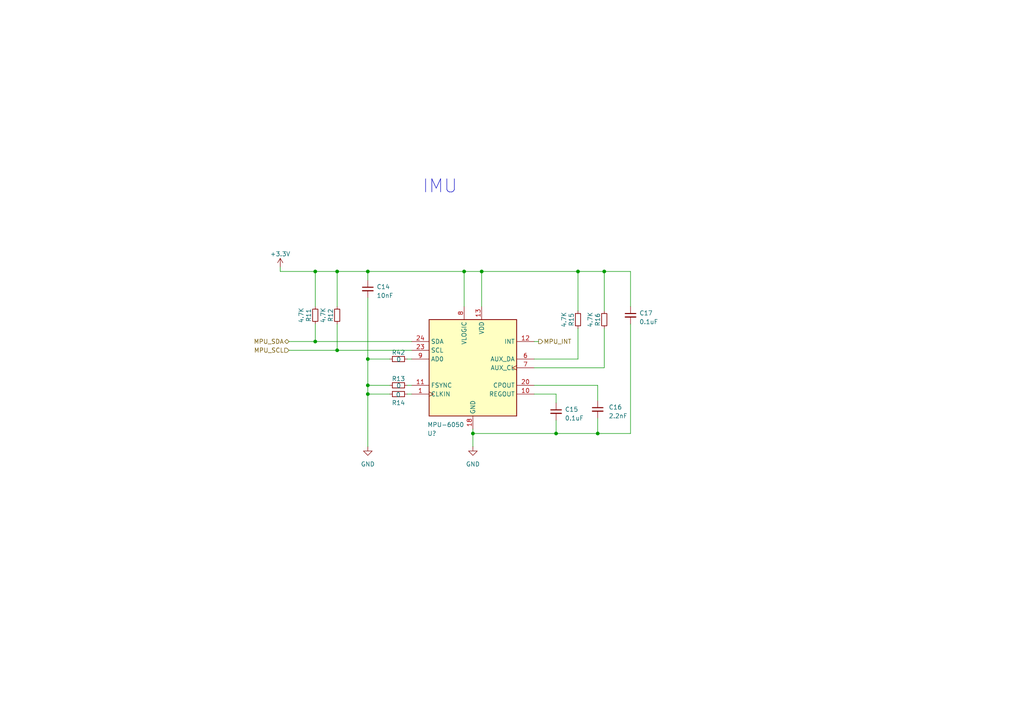
<source format=kicad_sch>
(kicad_sch (version 20250114) (generator "eeschema") (generator_version "9.0")
  (paper "A4")
  (lib_symbols
    (symbol "Device:C_Small" (pin_numbers (hide yes)) (pin_names (offset 0.254) (hide yes))
      (property "Reference" "C" (at 0.254 1.778 0))
      (property "Value" "C_Small" (at 0.254 -2.032 0))
      (symbol "C_Small_0_1"
        (polyline (pts (xy -1.524 0.508) (xy 1.524 0.508)) (stroke (width 0.3048)))
        (polyline (pts (xy -1.524 -0.508) (xy 1.524 -0.508)) (stroke (width 0.3302)))
      )
      (symbol "C_Small_1_1"
        (pin passive line (at 0 2.54 270) (length 2.032) (name "~") (number "1"))
        (pin passive line (at 0 -2.54 90) (length 2.032) (name "~") (number "2"))
      )
    )
    (symbol "Device:R_Small" (pin_numbers (hide yes)) (pin_names (offset 0.254) (hide yes))
      (property "Reference" "R" (at 0.762 0.508 0))
      (property "Value" "R_Small" (at 0.762 -1.016 0))
      (symbol "R_Small_0_1"
        (rectangle (start -0.762 1.778) (end 0.762 -1.778) (stroke (width 0.2032)))
      )
      (symbol "R_Small_1_1"
        (pin passive line (at 0 2.54 270) (length 0.762) (name "~") (number "1"))
        (pin passive line (at 0 -2.54 90) (length 0.762) (name "~") (number "2"))
      )
    )
    (symbol "Sensor_Motion:MPU-6050"
      (property "Reference" "U" (at -11.43 13.97 0))
      (property "Value" "MPU-6050" (at 7.62 -15.24 0))
      (symbol "MPU-6050_0_0"
        (text "" (at 12.7 -2.54 0) (effects (font (size 1.27 1.27))))
      )
      (symbol "MPU-6050_0_1"
        (rectangle (start -12.7 13.97) (end 12.7 -13.97) (stroke (width 0.254)) (fill (type background)))
      )
      (symbol "MPU-6050_1_1"
        (pin bidirectional line (at -17.78 7.62 0) (length 5.08) (name "SDA") (number "24"))
        (pin input line (at -17.78 5.08 0) (length 5.08) (name "SCL") (number "23"))
        (pin input line (at -17.78 2.54 0) (length 5.08) (name "AD0") (number "9"))
        (pin input line (at -17.78 -5.08 0) (length 5.08) (name "FSYNC") (number "11"))
        (pin input clock (at -17.78 -7.62 0) (length 5.08) (name "CLKIN") (number "1"))
        (pin no_connect line (at -12.7 12.7 0) (length 2.54) (hide yes) (name "NC") (number "2"))
        (pin no_connect line (at -12.7 10.16 0) (length 2.54) (hide yes) (name "NC") (number "3"))
        (pin no_connect line (at -12.7 0 0) (length 2.54) (hide yes) (name "NC") (number "4"))
        (pin no_connect line (at -12.7 -2.54 0) (length 2.54) (hide yes) (name "NC") (number "5"))
        (pin no_connect line (at -12.7 -10.16 0) (length 2.54) (hide yes) (name "NC") (number "14"))
        (pin power_in line (at -2.54 17.78 270) (length 3.81) (name "VLOGIC") (number "8"))
        (pin power_in line (at 0 -17.78 90) (length 3.81) (name "GND") (number "18"))
        (pin power_in line (at 2.54 17.78 270) (length 3.81) (name "VDD") (number "13"))
        (pin no_connect line (at 12.7 12.7 180) (length 2.54) (hide yes) (name "NC") (number "15"))
        (pin no_connect line (at 12.7 10.16 180) (length 2.54) (hide yes) (name "NC") (number "16"))
        (pin no_connect line (at 12.7 5.08 180) (length 2.54) (hide yes) (name "NC") (number "17"))
        (pin no_connect line (at 12.7 -2.54 180) (length 2.54) (hide yes) (name "RESV") (number "21"))
        (pin no_connect line (at 12.7 -10.16 180) (length 2.54) (hide yes) (name "RESV") (number "19"))
        (pin no_connect line (at 12.7 -12.7 180) (length 2.54) (hide yes) (name "RESV") (number "22"))
        (pin output line (at 17.78 7.62 180) (length 5.08) (name "INT") (number "12"))
        (pin bidirectional line (at 17.78 2.54 180) (length 5.08) (name "AUX_DA") (number "6"))
        (pin output clock (at 17.78 0 180) (length 5.08) (name "AUX_CL") (number "7"))
        (pin passive line (at 17.78 -5.08 180) (length 5.08) (name "CPOUT") (number "20"))
        (pin passive line (at 17.78 -7.62 180) (length 5.08) (name "REGOUT") (number "10"))
      )
    )
    (symbol "power:+3.3V" (power) (pin_numbers (hide yes)) (pin_names (offset 0) (hide yes))
      (property "Value" "+3.3V" (at 0 3.556 0))
      (symbol "+3.3V_0_1"
        (polyline (pts (xy -0.762 1.27) (xy 0 2.54)))
        (polyline (pts (xy 0 2.54) (xy 0.762 1.27)))
        (polyline (pts (xy 0 0) (xy 0 2.54)))
      )
      (symbol "+3.3V_1_1"
        (pin power_in line (at 0 0 90) (length 0) (name "~") (number "1"))
      )
    )
    (symbol "power:GND" (power) (pin_numbers (hide yes)) (pin_names (offset 0) (hide yes))
      (property "Value" "GND" (at 0 -3.81 0))
      (symbol "GND_0_1"
        (polyline (pts (xy 0 0) (xy 0 -1.27) (xy 1.27 -1.27) (xy 0 -2.54) (xy -1.27 -1.27) (xy 0 -1.27)))
      )
      (symbol "GND_1_1"
        (pin power_in line (at 0 0 270) (length 0) (name "~") (number "1"))
      )
    )
  )
  (text "IMU\n" (at 122.428 56.388 0) (effects (font (size 3.81 3.81)) (justify left bottom)))
  (junction (at 139.7 78.74))
  (junction (at 97.79 101.6))
  (junction (at 106.68 114.3))
  (junction (at 91.44 78.74))
  (junction (at 91.44 99.06))
  (junction (at 137.16 125.73))
  (junction (at 106.68 104.14))
  (junction (at 106.68 78.74))
  (junction (at 161.29 125.73))
  (junction (at 97.79 78.74))
  (junction (at 106.68 111.76))
  (junction (at 175.26 78.74))
  (junction (at 134.62 78.74))
  (junction (at 167.64 78.74))
  (junction (at 173.355 125.73))
  (wire (pts (xy 154.94 99.06) (xy 156.21 99.06)))
  (wire (pts (xy 106.68 78.74) (xy 134.62 78.74)))
  (wire (pts (xy 91.44 93.98) (xy 91.44 99.06)))
  (wire (pts (xy 106.68 86.36) (xy 106.68 104.14)))
  (wire (pts (xy 118.11 104.14) (xy 119.38 104.14)))
  (wire (pts (xy 97.79 78.74) (xy 106.68 78.74)))
  (wire (pts (xy 154.94 104.14) (xy 167.64 104.14)))
  (wire (pts (xy 81.28 78.74) (xy 91.44 78.74)))
  (wire (pts (xy 173.355 121.285) (xy 173.355 125.73)))
  (wire (pts (xy 173.355 111.76) (xy 173.355 116.205)))
  (wire (pts (xy 97.79 101.6) (xy 83.82 101.6)))
  (wire (pts (xy 91.44 99.06) (xy 119.38 99.06)))
  (wire (pts (xy 139.7 78.74) (xy 139.7 88.9)))
  (wire (pts (xy 118.11 114.3) (xy 119.38 114.3)))
  (wire (pts (xy 175.26 78.74) (xy 175.26 90.17)))
  (wire (pts (xy 137.16 124.46) (xy 137.16 125.73)))
  (wire (pts (xy 134.62 88.9) (xy 134.62 78.74)))
  (wire (pts (xy 175.26 95.25) (xy 175.26 106.68)))
  (wire (pts (xy 106.68 114.3) (xy 106.68 129.54)))
  (wire (pts (xy 182.88 125.73) (xy 173.355 125.73)))
  (wire (pts (xy 154.94 111.76) (xy 173.355 111.76)))
  (wire (pts (xy 167.64 104.14) (xy 167.64 95.25)))
  (wire (pts (xy 175.26 78.74) (xy 182.88 78.74)))
  (wire (pts (xy 106.68 114.3) (xy 113.03 114.3)))
  (wire (pts (xy 119.38 111.76) (xy 118.11 111.76)))
  (wire (pts (xy 81.28 77.47) (xy 81.28 78.74)))
  (wire (pts (xy 97.79 93.98) (xy 97.79 101.6)))
  (wire (pts (xy 106.68 104.14) (xy 113.03 104.14)))
  (wire (pts (xy 137.16 125.73) (xy 161.29 125.73)))
  (wire (pts (xy 139.7 78.74) (xy 167.64 78.74)))
  (wire (pts (xy 91.44 78.74) (xy 91.44 88.9)))
  (wire (pts (xy 161.29 121.92) (xy 161.29 125.73)))
  (wire (pts (xy 119.38 101.6) (xy 97.79 101.6)))
  (wire (pts (xy 137.16 125.73) (xy 137.16 129.54)))
  (wire (pts (xy 173.355 125.73) (xy 161.29 125.73)))
  (wire (pts (xy 83.82 99.06) (xy 91.44 99.06)))
  (wire (pts (xy 182.88 93.98) (xy 182.88 125.73)))
  (wire (pts (xy 97.79 78.74) (xy 97.79 88.9)))
  (wire (pts (xy 106.68 111.76) (xy 113.03 111.76)))
  (wire (pts (xy 161.29 114.3) (xy 161.29 116.84)))
  (wire (pts (xy 106.68 78.74) (xy 106.68 81.28)))
  (wire (pts (xy 106.68 104.14) (xy 106.68 111.76)))
  (wire (pts (xy 154.94 114.3) (xy 161.29 114.3)))
  (wire (pts (xy 167.64 78.74) (xy 167.64 90.17)))
  (wire (pts (xy 182.88 88.9) (xy 182.88 78.74)))
  (wire (pts (xy 91.44 78.74) (xy 97.79 78.74)))
  (wire (pts (xy 175.26 106.68) (xy 154.94 106.68)))
  (wire (pts (xy 134.62 78.74) (xy 139.7 78.74)))
  (wire (pts (xy 106.68 114.3) (xy 106.68 111.76)))
  (wire (pts (xy 167.64 78.74) (xy 175.26 78.74)))
  (hierarchical_label "MPU_SDA" (shape bidirectional) (at 83.82 99.06 180))
  (hierarchical_label "MPU_SCL" (shape input) (at 83.82 101.6 180))
  (hierarchical_label "MPU_INT" (shape output) (at 156.21 99.06 0))
  (symbol (lib_id "Device:C_Small") (at 182.88 91.44 0) (unit 1)
    (property "Reference" "C17" (at 185.42 90.8113 0) (effects (justify left)))
    (property "Value" "0.1uF" (at 185.42 93.3513 0) (effects (justify left)))
    (property "Footprint" "Capacitor_SMD:C_0603_1608Metric" (effects (hide yes)))
    (property "Description" "Unpolarized capacitor, small symbol" (effects (hide yes)))
  )
  (symbol (lib_id "Device:C_Small") (at 106.68 83.82 0) (unit 1)
    (property "Reference" "C14" (at 109.22 83.1913 0) (effects (justify left)))
    (property "Value" "10nF" (at 109.22 85.7313 0) (effects (justify left)))
    (property "Footprint" "Capacitor_SMD:C_0603_1608Metric" (effects (hide yes)))
    (property "Description" "Unpolarized capacitor, small symbol" (effects (hide yes)))
  )
  (symbol (lib_id "Device:C_Small") (at 173.355 118.745 0) (unit 1)
    (property "Reference" "C16" (at 176.53 118.1163 0) (effects (justify left)))
    (property "Value" "2.2nF" (at 176.53 120.6563 0) (effects (justify left)))
    (property "Footprint" "Capacitor_SMD:C_0603_1608Metric" (effects (hide yes)))
    (property "Description" "Unpolarized capacitor, small symbol" (effects (hide yes)))
  )
  (symbol (lib_id "Device:R_Small") (at 167.64 92.71 180) (unit 1)
    (property "Reference" "R15" (at 165.735 92.71 90))
    (property "Value" "4.7K" (at 163.576 92.71 90))
    (property "Footprint" "Resistor_SMD:R_0402_1005Metric_Pad0.72x0.64mm_HandSolder" (effects (hide yes)))
    (property "Description" "Resistor, small symbol" (effects (hide yes)))
  )
  (symbol (lib_id "Device:C_Small") (at 161.29 119.38 0) (unit 1)
    (property "Reference" "C15" (at 163.83 118.7513 0) (effects (justify left)))
    (property "Value" "0.1uF" (at 163.83 121.2913 0) (effects (justify left)))
    (property "Footprint" "Capacitor_SMD:C_0603_1608Metric" (effects (hide yes)))
    (property "Description" "Unpolarized capacitor, small symbol" (effects (hide yes)))
  )
  (symbol (lib_id "power:+3.3V") (at 81.28 77.47 0) (unit 1)
    (property "Reference" "#PWR024" (effects (hide yes)))
    (property "Value" "+3.3V" (at 81.28 73.66 0))
    (property "Description" "Power symbol creates a global label with name \"+3.3V\"" (effects (hide yes)))
  )
  (symbol (lib_id "Device:R_Small") (at 175.26 92.71 180) (unit 1)
    (property "Reference" "R16" (at 173.355 92.71 90))
    (property "Value" "4.7K" (at 171.196 92.71 90))
    (property "Footprint" "Resistor_SMD:R_0402_1005Metric_Pad0.72x0.64mm_HandSolder" (effects (hide yes)))
    (property "Description" "Resistor, small symbol" (effects (hide yes)))
  )
  (symbol (lib_id "Device:R_Small") (at 91.44 91.44 180) (unit 1)
    (property "Reference" "R11" (at 89.535 91.44 90))
    (property "Value" "4.7K" (at 87.376 91.44 90))
    (property "Footprint" "Resistor_SMD:R_0402_1005Metric_Pad0.72x0.64mm_HandSolder" (effects (hide yes)))
    (property "Description" "Resistor, small symbol" (effects (hide yes)))
  )
  (symbol (lib_id "power:GND") (at 137.16 129.54 0) (unit 1)
    (property "Reference" "#PWR026" (effects (hide yes)))
    (property "Value" "GND" (at 137.16 134.62 0))
    (property "Description" "Power symbol creates a global label with name \"GND\" , ground" (effects (hide yes)))
  )
  (symbol (lib_id "Device:R_Small") (at 115.57 114.3 90) (unit 1)
    (property "Reference" "R14" (at 115.57 116.84 90))
    (property "Value" "0" (at 115.5108 114.4972 90))
    (property "Footprint" "Resistor_SMD:R_0402_1005Metric_Pad0.72x0.64mm_HandSolder" (effects (hide yes)))
    (property "Description" "Resistor, small symbol" (effects (hide yes)))
  )
  (symbol (lib_id "power:GND") (at 106.68 129.54 0) (unit 1)
    (property "Reference" "#PWR025" (effects (hide yes)))
    (property "Value" "GND" (at 106.68 134.62 0))
    (property "Description" "Power symbol creates a global label with name \"GND\" , ground" (effects (hide yes)))
  )
  (symbol (lib_id "Sensor_Motion:MPU-6050") (at 137.16 106.68 0) (unit 1)
    (property "Reference" "U3" (at 123.952 125.73 0) (effects (justify left)))
    (property "Value" "MPU-6050" (at 123.952 123.19 0) (effects (justify left)))
    (property "Footprint" "Sensor_Motion:InvenSense_QFN-24_4x4mm_P0.5mm" (effects (hide yes)))
    (property "Datasheet" "https://invensense.tdk.com/wp-content/uploads/2015/02/MPU-6000-Datasheet1.pdf" (effects (hide yes)))
    (property "Description" "InvenSense 6-Axis Motion Sensor, Gyroscope, Accelerometer, I2C" (effects (hide yes)))
    (instances (project "BEEWATCH" (path "" (reference "U?") (unit 1)) (path "" (reference "U3") (unit 1))))
  )
  (symbol (lib_id "Device:R_Small") (at 97.79 91.44 180) (unit 1)
    (property "Reference" "R12" (at 95.885 91.44 90))
    (property "Value" "4.7K" (at 93.726 91.44 90))
    (property "Footprint" "Resistor_SMD:R_0402_1005Metric_Pad0.72x0.64mm_HandSolder" (effects (hide yes)))
    (property "Description" "Resistor, small symbol" (effects (hide yes)))
  )
  (symbol (lib_id "Device:R_Small") (at 115.57 111.76 90) (unit 1)
    (property "Reference" "R13" (at 115.57 109.855 90))
    (property "Value" "0" (at 115.644 111.8674 90))
    (property "Footprint" "Resistor_SMD:R_0402_1005Metric_Pad0.72x0.64mm_HandSolder" (effects (hide yes)))
    (property "Description" "Resistor, small symbol" (effects (hide yes)))
  )
  (symbol (lib_id "Device:R_Small") (at 115.57 104.14 90) (unit 1)
    (property "Reference" "R42" (at 115.57 102.235 90))
    (property "Value" "0" (at 115.644 104.2474 90))
    (property "Footprint" "Resistor_SMD:R_0402_1005Metric_Pad0.72x0.64mm_HandSolder" (effects (hide yes)))
    (property "Description" "Resistor, small symbol" (effects (hide yes)))
  )
)
</source>
